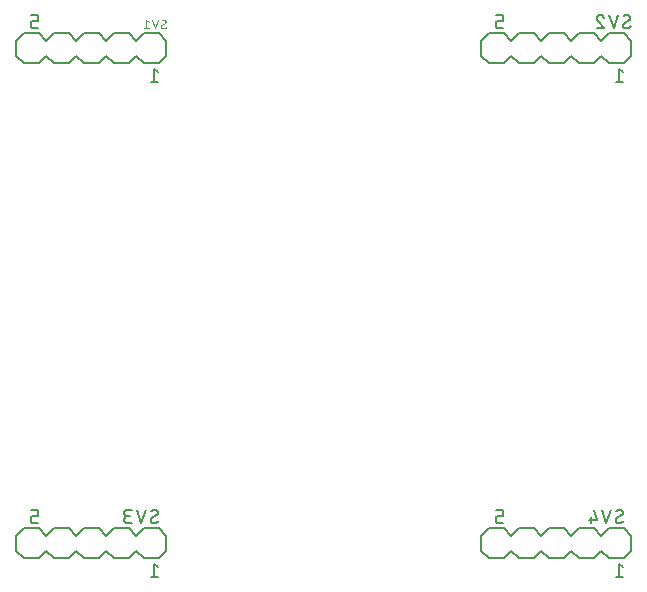
<source format=gbr>
G04 EAGLE Gerber RS-274X export*
G75*
%MOMM*%
%FSLAX34Y34*%
%LPD*%
%INSilkscreen Bottom*%
%IPPOS*%
%AMOC8*
5,1,8,0,0,1.08239X$1,22.5*%
G01*
%ADD10C,0.152400*%
%ADD11C,0.127000*%
%ADD12C,0.076200*%


D10*
X298450Y469900D02*
X285750Y469900D01*
X279400Y463550D01*
X279400Y450850D02*
X285750Y444500D01*
X279400Y463550D02*
X273050Y469900D01*
X260350Y469900D01*
X254000Y463550D01*
X254000Y450850D02*
X260350Y444500D01*
X273050Y444500D01*
X279400Y450850D01*
X304800Y450850D02*
X304800Y463550D01*
X298450Y469900D01*
X304800Y450850D02*
X298450Y444500D01*
X285750Y444500D01*
X254000Y463550D02*
X247650Y469900D01*
X234950Y469900D01*
X228600Y463550D01*
X228600Y450850D02*
X234950Y444500D01*
X247650Y444500D01*
X254000Y450850D01*
X222250Y469900D02*
X209550Y469900D01*
X203200Y463550D01*
X203200Y450850D02*
X209550Y444500D01*
X203200Y463550D02*
X196850Y469900D01*
X184150Y469900D01*
X177800Y463550D01*
X177800Y450850D01*
X184150Y444500D01*
X196850Y444500D01*
X203200Y450850D01*
X222250Y469900D02*
X228600Y463550D01*
X228600Y450850D02*
X222250Y444500D01*
X209550Y444500D01*
D11*
X294640Y440055D02*
X297815Y437515D01*
X294640Y440055D02*
X294640Y428625D01*
X297815Y428625D02*
X291465Y428625D01*
X196215Y474345D02*
X192405Y474345D01*
X192305Y474347D01*
X192206Y474353D01*
X192106Y474363D01*
X192008Y474376D01*
X191909Y474394D01*
X191812Y474415D01*
X191716Y474440D01*
X191620Y474469D01*
X191526Y474502D01*
X191433Y474538D01*
X191342Y474578D01*
X191252Y474622D01*
X191164Y474669D01*
X191078Y474719D01*
X190994Y474773D01*
X190912Y474830D01*
X190833Y474890D01*
X190755Y474954D01*
X190681Y475020D01*
X190609Y475089D01*
X190540Y475161D01*
X190474Y475235D01*
X190410Y475313D01*
X190350Y475392D01*
X190293Y475474D01*
X190239Y475558D01*
X190189Y475644D01*
X190142Y475732D01*
X190098Y475822D01*
X190058Y475913D01*
X190022Y476006D01*
X189989Y476100D01*
X189960Y476196D01*
X189935Y476292D01*
X189914Y476389D01*
X189896Y476488D01*
X189883Y476586D01*
X189873Y476686D01*
X189867Y476785D01*
X189865Y476885D01*
X189865Y478155D01*
X189867Y478255D01*
X189873Y478354D01*
X189883Y478454D01*
X189896Y478552D01*
X189914Y478651D01*
X189935Y478748D01*
X189960Y478844D01*
X189989Y478940D01*
X190022Y479034D01*
X190058Y479127D01*
X190098Y479218D01*
X190142Y479308D01*
X190189Y479396D01*
X190239Y479482D01*
X190293Y479566D01*
X190350Y479648D01*
X190410Y479727D01*
X190474Y479805D01*
X190540Y479879D01*
X190609Y479951D01*
X190681Y480020D01*
X190755Y480086D01*
X190833Y480150D01*
X190912Y480210D01*
X190994Y480267D01*
X191078Y480321D01*
X191164Y480371D01*
X191252Y480418D01*
X191342Y480462D01*
X191433Y480502D01*
X191526Y480538D01*
X191620Y480571D01*
X191716Y480600D01*
X191812Y480625D01*
X191909Y480646D01*
X192008Y480664D01*
X192106Y480677D01*
X192206Y480687D01*
X192305Y480693D01*
X192405Y480695D01*
X196215Y480695D01*
X196215Y485775D01*
X189865Y485775D01*
D12*
X300327Y475728D02*
X300329Y475650D01*
X300334Y475572D01*
X300344Y475495D01*
X300357Y475418D01*
X300373Y475342D01*
X300393Y475267D01*
X300417Y475193D01*
X300444Y475120D01*
X300475Y475048D01*
X300509Y474978D01*
X300546Y474909D01*
X300587Y474843D01*
X300631Y474778D01*
X300677Y474716D01*
X300727Y474656D01*
X300779Y474598D01*
X300834Y474543D01*
X300892Y474491D01*
X300952Y474441D01*
X301014Y474395D01*
X301079Y474351D01*
X301146Y474310D01*
X301214Y474273D01*
X301284Y474239D01*
X301356Y474208D01*
X301429Y474181D01*
X301503Y474157D01*
X301578Y474137D01*
X301654Y474121D01*
X301731Y474108D01*
X301808Y474098D01*
X301886Y474093D01*
X301964Y474091D01*
X302078Y474093D01*
X302191Y474098D01*
X302305Y474108D01*
X302418Y474121D01*
X302530Y474138D01*
X302642Y474158D01*
X302753Y474182D01*
X302864Y474210D01*
X302973Y474241D01*
X303081Y474276D01*
X303188Y474315D01*
X303294Y474357D01*
X303398Y474402D01*
X303501Y474451D01*
X303602Y474504D01*
X303701Y474559D01*
X303799Y474618D01*
X303894Y474680D01*
X303987Y474745D01*
X304079Y474813D01*
X304167Y474884D01*
X304254Y474958D01*
X304338Y475035D01*
X304419Y475114D01*
X304215Y479820D02*
X304213Y479898D01*
X304208Y479976D01*
X304198Y480053D01*
X304185Y480130D01*
X304169Y480206D01*
X304149Y480281D01*
X304125Y480355D01*
X304098Y480428D01*
X304067Y480500D01*
X304033Y480570D01*
X303996Y480639D01*
X303955Y480705D01*
X303911Y480770D01*
X303865Y480832D01*
X303815Y480892D01*
X303763Y480950D01*
X303708Y481005D01*
X303650Y481057D01*
X303590Y481107D01*
X303528Y481153D01*
X303463Y481197D01*
X303397Y481238D01*
X303328Y481275D01*
X303258Y481309D01*
X303186Y481340D01*
X303113Y481367D01*
X303039Y481391D01*
X302964Y481411D01*
X302888Y481427D01*
X302811Y481440D01*
X302734Y481450D01*
X302656Y481455D01*
X302578Y481457D01*
X302468Y481455D01*
X302359Y481449D01*
X302249Y481439D01*
X302141Y481426D01*
X302032Y481408D01*
X301925Y481387D01*
X301818Y481361D01*
X301712Y481332D01*
X301607Y481300D01*
X301504Y481263D01*
X301402Y481223D01*
X301301Y481179D01*
X301202Y481131D01*
X301105Y481081D01*
X301010Y481026D01*
X300917Y480968D01*
X300826Y480907D01*
X300737Y480843D01*
X303396Y478387D02*
X303463Y478429D01*
X303528Y478473D01*
X303590Y478521D01*
X303650Y478571D01*
X303708Y478624D01*
X303763Y478680D01*
X303815Y478739D01*
X303865Y478799D01*
X303912Y478863D01*
X303955Y478928D01*
X303996Y478995D01*
X304033Y479064D01*
X304067Y479135D01*
X304098Y479207D01*
X304125Y479281D01*
X304149Y479355D01*
X304169Y479431D01*
X304185Y479508D01*
X304198Y479585D01*
X304208Y479663D01*
X304213Y479742D01*
X304215Y479820D01*
X301145Y477160D02*
X301079Y477119D01*
X301014Y477074D01*
X300952Y477027D01*
X300892Y476976D01*
X300834Y476923D01*
X300779Y476867D01*
X300726Y476809D01*
X300677Y476748D01*
X300630Y476685D01*
X300587Y476620D01*
X300546Y476553D01*
X300509Y476484D01*
X300475Y476413D01*
X300444Y476341D01*
X300417Y476267D01*
X300393Y476192D01*
X300373Y476117D01*
X300357Y476040D01*
X300344Y475963D01*
X300334Y475885D01*
X300329Y475806D01*
X300327Y475728D01*
X301145Y477160D02*
X303396Y478388D01*
X297757Y481457D02*
X295302Y474091D01*
X292846Y481457D01*
X290032Y479820D02*
X287986Y481457D01*
X287986Y474091D01*
X290032Y474091D02*
X285940Y474091D01*
D10*
X679450Y469900D02*
X692150Y469900D01*
X679450Y469900D02*
X673100Y463550D01*
X673100Y450850D02*
X679450Y444500D01*
X673100Y463550D02*
X666750Y469900D01*
X654050Y469900D01*
X647700Y463550D01*
X647700Y450850D02*
X654050Y444500D01*
X666750Y444500D01*
X673100Y450850D01*
X698500Y450850D02*
X698500Y463550D01*
X692150Y469900D01*
X698500Y450850D02*
X692150Y444500D01*
X679450Y444500D01*
X647700Y463550D02*
X641350Y469900D01*
X628650Y469900D01*
X622300Y463550D01*
X622300Y450850D02*
X628650Y444500D01*
X641350Y444500D01*
X647700Y450850D01*
X615950Y469900D02*
X603250Y469900D01*
X596900Y463550D01*
X596900Y450850D02*
X603250Y444500D01*
X596900Y463550D02*
X590550Y469900D01*
X577850Y469900D01*
X571500Y463550D01*
X571500Y450850D01*
X577850Y444500D01*
X590550Y444500D01*
X596900Y450850D01*
X615950Y469900D02*
X622300Y463550D01*
X622300Y450850D02*
X615950Y444500D01*
X603250Y444500D01*
D11*
X688340Y440055D02*
X691515Y437515D01*
X688340Y440055D02*
X688340Y428625D01*
X691515Y428625D02*
X685165Y428625D01*
X589915Y474345D02*
X586105Y474345D01*
X586005Y474347D01*
X585906Y474353D01*
X585806Y474363D01*
X585708Y474376D01*
X585609Y474394D01*
X585512Y474415D01*
X585416Y474440D01*
X585320Y474469D01*
X585226Y474502D01*
X585133Y474538D01*
X585042Y474578D01*
X584952Y474622D01*
X584864Y474669D01*
X584778Y474719D01*
X584694Y474773D01*
X584612Y474830D01*
X584533Y474890D01*
X584455Y474954D01*
X584381Y475020D01*
X584309Y475089D01*
X584240Y475161D01*
X584174Y475235D01*
X584110Y475313D01*
X584050Y475392D01*
X583993Y475474D01*
X583939Y475558D01*
X583889Y475644D01*
X583842Y475732D01*
X583798Y475822D01*
X583758Y475913D01*
X583722Y476006D01*
X583689Y476100D01*
X583660Y476196D01*
X583635Y476292D01*
X583614Y476389D01*
X583596Y476488D01*
X583583Y476586D01*
X583573Y476686D01*
X583567Y476785D01*
X583565Y476885D01*
X583565Y478155D01*
X583567Y478255D01*
X583573Y478354D01*
X583583Y478454D01*
X583596Y478552D01*
X583614Y478651D01*
X583635Y478748D01*
X583660Y478844D01*
X583689Y478940D01*
X583722Y479034D01*
X583758Y479127D01*
X583798Y479218D01*
X583842Y479308D01*
X583889Y479396D01*
X583939Y479482D01*
X583993Y479566D01*
X584050Y479648D01*
X584110Y479727D01*
X584174Y479805D01*
X584240Y479879D01*
X584309Y479951D01*
X584381Y480020D01*
X584455Y480086D01*
X584533Y480150D01*
X584612Y480210D01*
X584694Y480267D01*
X584778Y480321D01*
X584864Y480371D01*
X584952Y480418D01*
X585042Y480462D01*
X585133Y480502D01*
X585226Y480538D01*
X585320Y480571D01*
X585416Y480600D01*
X585512Y480625D01*
X585609Y480646D01*
X585708Y480664D01*
X585806Y480677D01*
X585906Y480687D01*
X586005Y480693D01*
X586105Y480695D01*
X589915Y480695D01*
X589915Y485775D01*
X583565Y485775D01*
X691515Y476885D02*
X691517Y476785D01*
X691523Y476686D01*
X691533Y476586D01*
X691546Y476488D01*
X691564Y476389D01*
X691585Y476292D01*
X691610Y476196D01*
X691639Y476100D01*
X691672Y476006D01*
X691708Y475913D01*
X691748Y475822D01*
X691792Y475732D01*
X691839Y475644D01*
X691889Y475558D01*
X691943Y475474D01*
X692000Y475392D01*
X692060Y475313D01*
X692124Y475235D01*
X692190Y475161D01*
X692259Y475089D01*
X692331Y475020D01*
X692405Y474954D01*
X692483Y474890D01*
X692562Y474830D01*
X692644Y474773D01*
X692728Y474719D01*
X692814Y474669D01*
X692902Y474622D01*
X692992Y474578D01*
X693083Y474538D01*
X693176Y474502D01*
X693270Y474469D01*
X693366Y474440D01*
X693462Y474415D01*
X693559Y474394D01*
X693658Y474376D01*
X693756Y474363D01*
X693856Y474353D01*
X693955Y474347D01*
X694055Y474345D01*
X694196Y474347D01*
X694337Y474352D01*
X694478Y474362D01*
X694619Y474375D01*
X694759Y474391D01*
X694899Y474412D01*
X695038Y474436D01*
X695177Y474464D01*
X695314Y474495D01*
X695451Y474530D01*
X695587Y474568D01*
X695722Y474610D01*
X695855Y474656D01*
X695988Y474705D01*
X696119Y474758D01*
X696248Y474814D01*
X696377Y474873D01*
X696503Y474936D01*
X696628Y475002D01*
X696751Y475071D01*
X696872Y475144D01*
X696991Y475220D01*
X697109Y475299D01*
X697224Y475380D01*
X697336Y475465D01*
X697447Y475553D01*
X697555Y475644D01*
X697661Y475737D01*
X697764Y475834D01*
X697865Y475933D01*
X697548Y483235D02*
X697546Y483335D01*
X697540Y483434D01*
X697530Y483534D01*
X697517Y483632D01*
X697499Y483731D01*
X697478Y483828D01*
X697453Y483924D01*
X697424Y484020D01*
X697391Y484114D01*
X697355Y484207D01*
X697315Y484298D01*
X697271Y484388D01*
X697224Y484476D01*
X697174Y484562D01*
X697120Y484646D01*
X697063Y484728D01*
X697003Y484807D01*
X696939Y484885D01*
X696873Y484959D01*
X696804Y485031D01*
X696732Y485100D01*
X696658Y485166D01*
X696580Y485230D01*
X696501Y485290D01*
X696419Y485347D01*
X696335Y485401D01*
X696249Y485451D01*
X696161Y485498D01*
X696071Y485542D01*
X695980Y485582D01*
X695887Y485618D01*
X695793Y485651D01*
X695697Y485680D01*
X695601Y485705D01*
X695504Y485726D01*
X695405Y485744D01*
X695307Y485757D01*
X695207Y485767D01*
X695108Y485773D01*
X695008Y485775D01*
X695008Y485776D02*
X694875Y485774D01*
X694742Y485769D01*
X694609Y485759D01*
X694476Y485746D01*
X694344Y485729D01*
X694212Y485709D01*
X694081Y485685D01*
X693951Y485657D01*
X693821Y485626D01*
X693693Y485591D01*
X693565Y485552D01*
X693439Y485510D01*
X693314Y485464D01*
X693190Y485415D01*
X693067Y485363D01*
X692946Y485307D01*
X692827Y485247D01*
X692709Y485185D01*
X692594Y485119D01*
X692480Y485050D01*
X692368Y484977D01*
X692258Y484902D01*
X692150Y484823D01*
X696278Y481012D02*
X696362Y481064D01*
X696445Y481119D01*
X696525Y481178D01*
X696603Y481239D01*
X696678Y481303D01*
X696751Y481371D01*
X696822Y481441D01*
X696889Y481513D01*
X696954Y481588D01*
X697016Y481666D01*
X697075Y481746D01*
X697131Y481828D01*
X697183Y481912D01*
X697232Y481998D01*
X697278Y482086D01*
X697321Y482176D01*
X697360Y482267D01*
X697395Y482360D01*
X697427Y482454D01*
X697455Y482549D01*
X697480Y482645D01*
X697500Y482742D01*
X697518Y482840D01*
X697531Y482938D01*
X697540Y483037D01*
X697546Y483136D01*
X697548Y483235D01*
X692785Y479108D02*
X692701Y479056D01*
X692618Y479001D01*
X692538Y478942D01*
X692460Y478881D01*
X692385Y478817D01*
X692312Y478749D01*
X692241Y478679D01*
X692174Y478607D01*
X692109Y478532D01*
X692047Y478454D01*
X691988Y478374D01*
X691932Y478292D01*
X691880Y478208D01*
X691831Y478122D01*
X691785Y478034D01*
X691742Y477944D01*
X691703Y477853D01*
X691668Y477760D01*
X691636Y477666D01*
X691608Y477571D01*
X691583Y477475D01*
X691563Y477378D01*
X691545Y477280D01*
X691532Y477182D01*
X691523Y477083D01*
X691517Y476984D01*
X691515Y476885D01*
X692785Y479108D02*
X696278Y481013D01*
X687451Y485775D02*
X683641Y474345D01*
X679831Y485775D01*
X671894Y485776D02*
X671790Y485774D01*
X671685Y485768D01*
X671581Y485759D01*
X671478Y485746D01*
X671375Y485728D01*
X671273Y485708D01*
X671171Y485683D01*
X671071Y485655D01*
X670971Y485623D01*
X670873Y485587D01*
X670776Y485548D01*
X670681Y485506D01*
X670587Y485460D01*
X670495Y485410D01*
X670405Y485358D01*
X670317Y485302D01*
X670231Y485242D01*
X670147Y485180D01*
X670066Y485115D01*
X669987Y485047D01*
X669910Y484975D01*
X669837Y484902D01*
X669765Y484825D01*
X669697Y484746D01*
X669632Y484665D01*
X669570Y484581D01*
X669510Y484495D01*
X669454Y484407D01*
X669402Y484317D01*
X669352Y484225D01*
X669306Y484131D01*
X669264Y484036D01*
X669225Y483939D01*
X669189Y483841D01*
X669157Y483741D01*
X669129Y483641D01*
X669104Y483539D01*
X669084Y483437D01*
X669066Y483334D01*
X669053Y483231D01*
X669044Y483127D01*
X669038Y483022D01*
X669036Y482918D01*
X671894Y485775D02*
X672012Y485773D01*
X672131Y485767D01*
X672249Y485758D01*
X672366Y485745D01*
X672483Y485727D01*
X672600Y485707D01*
X672716Y485682D01*
X672831Y485654D01*
X672944Y485621D01*
X673057Y485586D01*
X673169Y485546D01*
X673279Y485504D01*
X673388Y485457D01*
X673496Y485407D01*
X673601Y485354D01*
X673705Y485297D01*
X673807Y485237D01*
X673907Y485174D01*
X674005Y485107D01*
X674101Y485038D01*
X674194Y484965D01*
X674285Y484889D01*
X674374Y484811D01*
X674460Y484729D01*
X674543Y484645D01*
X674624Y484559D01*
X674701Y484469D01*
X674776Y484378D01*
X674848Y484284D01*
X674917Y484187D01*
X674982Y484089D01*
X675045Y483988D01*
X675104Y483885D01*
X675160Y483781D01*
X675212Y483675D01*
X675261Y483567D01*
X675306Y483458D01*
X675348Y483347D01*
X675386Y483235D01*
X669988Y480696D02*
X669912Y480771D01*
X669837Y480850D01*
X669766Y480931D01*
X669697Y481015D01*
X669632Y481101D01*
X669570Y481189D01*
X669510Y481279D01*
X669454Y481371D01*
X669401Y481466D01*
X669352Y481562D01*
X669306Y481660D01*
X669263Y481759D01*
X669224Y481860D01*
X669189Y481962D01*
X669157Y482065D01*
X669129Y482169D01*
X669104Y482274D01*
X669083Y482381D01*
X669066Y482487D01*
X669053Y482594D01*
X669044Y482702D01*
X669038Y482810D01*
X669036Y482918D01*
X669989Y480695D02*
X675386Y474345D01*
X669036Y474345D01*
D10*
X298450Y50800D02*
X285750Y50800D01*
X279400Y44450D01*
X279400Y31750D02*
X285750Y25400D01*
X279400Y44450D02*
X273050Y50800D01*
X260350Y50800D01*
X254000Y44450D01*
X254000Y31750D02*
X260350Y25400D01*
X273050Y25400D01*
X279400Y31750D01*
X304800Y31750D02*
X304800Y44450D01*
X298450Y50800D01*
X304800Y31750D02*
X298450Y25400D01*
X285750Y25400D01*
X254000Y44450D02*
X247650Y50800D01*
X234950Y50800D01*
X228600Y44450D01*
X228600Y31750D02*
X234950Y25400D01*
X247650Y25400D01*
X254000Y31750D01*
X222250Y50800D02*
X209550Y50800D01*
X203200Y44450D01*
X203200Y31750D02*
X209550Y25400D01*
X203200Y44450D02*
X196850Y50800D01*
X184150Y50800D01*
X177800Y44450D01*
X177800Y31750D01*
X184150Y25400D01*
X196850Y25400D01*
X203200Y31750D01*
X222250Y50800D02*
X228600Y44450D01*
X228600Y31750D02*
X222250Y25400D01*
X209550Y25400D01*
D11*
X294640Y20955D02*
X297815Y18415D01*
X294640Y20955D02*
X294640Y9525D01*
X297815Y9525D02*
X291465Y9525D01*
X196215Y55245D02*
X192405Y55245D01*
X192305Y55247D01*
X192206Y55253D01*
X192106Y55263D01*
X192008Y55276D01*
X191909Y55294D01*
X191812Y55315D01*
X191716Y55340D01*
X191620Y55369D01*
X191526Y55402D01*
X191433Y55438D01*
X191342Y55478D01*
X191252Y55522D01*
X191164Y55569D01*
X191078Y55619D01*
X190994Y55673D01*
X190912Y55730D01*
X190833Y55790D01*
X190755Y55854D01*
X190681Y55920D01*
X190609Y55989D01*
X190540Y56061D01*
X190474Y56135D01*
X190410Y56213D01*
X190350Y56292D01*
X190293Y56374D01*
X190239Y56458D01*
X190189Y56544D01*
X190142Y56632D01*
X190098Y56722D01*
X190058Y56813D01*
X190022Y56906D01*
X189989Y57000D01*
X189960Y57096D01*
X189935Y57192D01*
X189914Y57289D01*
X189896Y57388D01*
X189883Y57486D01*
X189873Y57586D01*
X189867Y57685D01*
X189865Y57785D01*
X189865Y59055D01*
X189867Y59155D01*
X189873Y59254D01*
X189883Y59354D01*
X189896Y59452D01*
X189914Y59551D01*
X189935Y59648D01*
X189960Y59744D01*
X189989Y59840D01*
X190022Y59934D01*
X190058Y60027D01*
X190098Y60118D01*
X190142Y60208D01*
X190189Y60296D01*
X190239Y60382D01*
X190293Y60466D01*
X190350Y60548D01*
X190410Y60627D01*
X190474Y60705D01*
X190540Y60779D01*
X190609Y60851D01*
X190681Y60920D01*
X190755Y60986D01*
X190833Y61050D01*
X190912Y61110D01*
X190994Y61167D01*
X191078Y61221D01*
X191164Y61271D01*
X191252Y61318D01*
X191342Y61362D01*
X191433Y61402D01*
X191526Y61438D01*
X191620Y61471D01*
X191716Y61500D01*
X191812Y61525D01*
X191909Y61546D01*
X192008Y61564D01*
X192106Y61577D01*
X192206Y61587D01*
X192305Y61593D01*
X192405Y61595D01*
X196215Y61595D01*
X196215Y66675D01*
X189865Y66675D01*
X291465Y57785D02*
X291467Y57685D01*
X291473Y57586D01*
X291483Y57486D01*
X291496Y57388D01*
X291514Y57289D01*
X291535Y57192D01*
X291560Y57096D01*
X291589Y57000D01*
X291622Y56906D01*
X291658Y56813D01*
X291698Y56722D01*
X291742Y56632D01*
X291789Y56544D01*
X291839Y56458D01*
X291893Y56374D01*
X291950Y56292D01*
X292010Y56213D01*
X292074Y56135D01*
X292140Y56061D01*
X292209Y55989D01*
X292281Y55920D01*
X292355Y55854D01*
X292433Y55790D01*
X292512Y55730D01*
X292594Y55673D01*
X292678Y55619D01*
X292764Y55569D01*
X292852Y55522D01*
X292942Y55478D01*
X293033Y55438D01*
X293126Y55402D01*
X293220Y55369D01*
X293316Y55340D01*
X293412Y55315D01*
X293509Y55294D01*
X293608Y55276D01*
X293706Y55263D01*
X293806Y55253D01*
X293905Y55247D01*
X294005Y55245D01*
X294146Y55247D01*
X294287Y55252D01*
X294428Y55262D01*
X294569Y55275D01*
X294709Y55291D01*
X294849Y55312D01*
X294988Y55336D01*
X295127Y55364D01*
X295264Y55395D01*
X295401Y55430D01*
X295537Y55468D01*
X295672Y55510D01*
X295805Y55556D01*
X295938Y55605D01*
X296069Y55658D01*
X296198Y55714D01*
X296327Y55773D01*
X296453Y55836D01*
X296578Y55902D01*
X296701Y55971D01*
X296822Y56044D01*
X296941Y56120D01*
X297059Y56199D01*
X297174Y56280D01*
X297286Y56365D01*
X297397Y56453D01*
X297505Y56544D01*
X297611Y56637D01*
X297714Y56734D01*
X297815Y56833D01*
X297498Y64135D02*
X297496Y64235D01*
X297490Y64334D01*
X297480Y64434D01*
X297467Y64532D01*
X297449Y64631D01*
X297428Y64728D01*
X297403Y64824D01*
X297374Y64920D01*
X297341Y65014D01*
X297305Y65107D01*
X297265Y65198D01*
X297221Y65288D01*
X297174Y65376D01*
X297124Y65462D01*
X297070Y65546D01*
X297013Y65628D01*
X296953Y65707D01*
X296889Y65785D01*
X296823Y65859D01*
X296754Y65931D01*
X296682Y66000D01*
X296608Y66066D01*
X296530Y66130D01*
X296451Y66190D01*
X296369Y66247D01*
X296285Y66301D01*
X296199Y66351D01*
X296111Y66398D01*
X296021Y66442D01*
X295930Y66482D01*
X295837Y66518D01*
X295743Y66551D01*
X295647Y66580D01*
X295551Y66605D01*
X295454Y66626D01*
X295355Y66644D01*
X295257Y66657D01*
X295157Y66667D01*
X295058Y66673D01*
X294958Y66675D01*
X294958Y66676D02*
X294825Y66674D01*
X294692Y66669D01*
X294559Y66659D01*
X294426Y66646D01*
X294294Y66629D01*
X294162Y66609D01*
X294031Y66585D01*
X293901Y66557D01*
X293771Y66526D01*
X293643Y66491D01*
X293515Y66452D01*
X293389Y66410D01*
X293264Y66364D01*
X293140Y66315D01*
X293017Y66263D01*
X292896Y66207D01*
X292777Y66147D01*
X292659Y66085D01*
X292544Y66019D01*
X292430Y65950D01*
X292318Y65877D01*
X292208Y65802D01*
X292100Y65723D01*
X296228Y61912D02*
X296312Y61964D01*
X296395Y62019D01*
X296475Y62078D01*
X296553Y62139D01*
X296628Y62203D01*
X296701Y62271D01*
X296772Y62341D01*
X296839Y62413D01*
X296904Y62488D01*
X296966Y62566D01*
X297025Y62646D01*
X297081Y62728D01*
X297133Y62812D01*
X297182Y62898D01*
X297228Y62986D01*
X297271Y63076D01*
X297310Y63167D01*
X297345Y63260D01*
X297377Y63354D01*
X297405Y63449D01*
X297430Y63545D01*
X297450Y63642D01*
X297468Y63740D01*
X297481Y63838D01*
X297490Y63937D01*
X297496Y64036D01*
X297498Y64135D01*
X292735Y60008D02*
X292651Y59956D01*
X292568Y59901D01*
X292488Y59842D01*
X292410Y59781D01*
X292335Y59717D01*
X292262Y59649D01*
X292191Y59579D01*
X292124Y59507D01*
X292059Y59432D01*
X291997Y59354D01*
X291938Y59274D01*
X291882Y59192D01*
X291830Y59108D01*
X291781Y59022D01*
X291735Y58934D01*
X291692Y58844D01*
X291653Y58753D01*
X291618Y58660D01*
X291586Y58566D01*
X291558Y58471D01*
X291533Y58375D01*
X291513Y58278D01*
X291495Y58180D01*
X291482Y58082D01*
X291473Y57983D01*
X291467Y57884D01*
X291465Y57785D01*
X292735Y60008D02*
X296228Y61913D01*
X287401Y66675D02*
X283591Y55245D01*
X279781Y66675D01*
X275336Y55245D02*
X272161Y55245D01*
X272050Y55247D01*
X271940Y55253D01*
X271829Y55262D01*
X271719Y55276D01*
X271610Y55293D01*
X271501Y55314D01*
X271393Y55339D01*
X271286Y55368D01*
X271180Y55400D01*
X271075Y55436D01*
X270972Y55476D01*
X270870Y55519D01*
X270769Y55566D01*
X270670Y55617D01*
X270574Y55670D01*
X270479Y55727D01*
X270386Y55788D01*
X270295Y55851D01*
X270206Y55918D01*
X270120Y55988D01*
X270037Y56061D01*
X269955Y56136D01*
X269877Y56214D01*
X269802Y56296D01*
X269729Y56379D01*
X269659Y56465D01*
X269592Y56554D01*
X269529Y56645D01*
X269468Y56738D01*
X269411Y56832D01*
X269358Y56929D01*
X269307Y57028D01*
X269260Y57129D01*
X269217Y57231D01*
X269177Y57334D01*
X269141Y57439D01*
X269109Y57545D01*
X269080Y57652D01*
X269055Y57760D01*
X269034Y57869D01*
X269017Y57978D01*
X269003Y58088D01*
X268994Y58199D01*
X268988Y58309D01*
X268986Y58420D01*
X268988Y58531D01*
X268994Y58641D01*
X269003Y58752D01*
X269017Y58862D01*
X269034Y58971D01*
X269055Y59080D01*
X269080Y59188D01*
X269109Y59295D01*
X269141Y59401D01*
X269177Y59506D01*
X269217Y59609D01*
X269260Y59711D01*
X269307Y59812D01*
X269358Y59911D01*
X269411Y60007D01*
X269468Y60102D01*
X269529Y60195D01*
X269592Y60286D01*
X269659Y60375D01*
X269729Y60461D01*
X269802Y60544D01*
X269877Y60626D01*
X269955Y60704D01*
X270037Y60779D01*
X270120Y60852D01*
X270206Y60922D01*
X270295Y60989D01*
X270386Y61052D01*
X270479Y61113D01*
X270574Y61170D01*
X270670Y61223D01*
X270769Y61274D01*
X270870Y61321D01*
X270972Y61364D01*
X271075Y61404D01*
X271180Y61440D01*
X271286Y61472D01*
X271393Y61501D01*
X271501Y61526D01*
X271610Y61547D01*
X271719Y61564D01*
X271829Y61578D01*
X271940Y61587D01*
X272050Y61593D01*
X272161Y61595D01*
X271526Y66675D02*
X275336Y66675D01*
X271526Y66675D02*
X271426Y66673D01*
X271327Y66667D01*
X271227Y66657D01*
X271129Y66644D01*
X271030Y66626D01*
X270933Y66605D01*
X270837Y66580D01*
X270741Y66551D01*
X270647Y66518D01*
X270554Y66482D01*
X270463Y66442D01*
X270373Y66398D01*
X270285Y66351D01*
X270199Y66301D01*
X270115Y66247D01*
X270033Y66190D01*
X269954Y66130D01*
X269876Y66066D01*
X269802Y66000D01*
X269730Y65931D01*
X269661Y65859D01*
X269595Y65785D01*
X269531Y65707D01*
X269471Y65628D01*
X269414Y65546D01*
X269360Y65462D01*
X269310Y65376D01*
X269263Y65288D01*
X269219Y65198D01*
X269179Y65107D01*
X269143Y65014D01*
X269110Y64920D01*
X269081Y64824D01*
X269056Y64728D01*
X269035Y64631D01*
X269017Y64532D01*
X269004Y64434D01*
X268994Y64334D01*
X268988Y64235D01*
X268986Y64135D01*
X268988Y64035D01*
X268994Y63936D01*
X269004Y63836D01*
X269017Y63738D01*
X269035Y63639D01*
X269056Y63542D01*
X269081Y63446D01*
X269110Y63350D01*
X269143Y63256D01*
X269179Y63163D01*
X269219Y63072D01*
X269263Y62982D01*
X269310Y62894D01*
X269360Y62808D01*
X269414Y62724D01*
X269471Y62642D01*
X269531Y62563D01*
X269595Y62485D01*
X269661Y62411D01*
X269730Y62339D01*
X269802Y62270D01*
X269876Y62204D01*
X269954Y62140D01*
X270033Y62080D01*
X270115Y62023D01*
X270199Y61969D01*
X270285Y61919D01*
X270373Y61872D01*
X270463Y61828D01*
X270554Y61788D01*
X270647Y61752D01*
X270741Y61719D01*
X270837Y61690D01*
X270933Y61665D01*
X271030Y61644D01*
X271129Y61626D01*
X271227Y61613D01*
X271327Y61603D01*
X271426Y61597D01*
X271526Y61595D01*
X274066Y61595D01*
D10*
X679450Y50800D02*
X692150Y50800D01*
X679450Y50800D02*
X673100Y44450D01*
X673100Y31750D02*
X679450Y25400D01*
X673100Y44450D02*
X666750Y50800D01*
X654050Y50800D01*
X647700Y44450D01*
X647700Y31750D02*
X654050Y25400D01*
X666750Y25400D01*
X673100Y31750D01*
X698500Y31750D02*
X698500Y44450D01*
X692150Y50800D01*
X698500Y31750D02*
X692150Y25400D01*
X679450Y25400D01*
X647700Y44450D02*
X641350Y50800D01*
X628650Y50800D01*
X622300Y44450D01*
X622300Y31750D02*
X628650Y25400D01*
X641350Y25400D01*
X647700Y31750D01*
X615950Y50800D02*
X603250Y50800D01*
X596900Y44450D01*
X596900Y31750D02*
X603250Y25400D01*
X596900Y44450D02*
X590550Y50800D01*
X577850Y50800D01*
X571500Y44450D01*
X571500Y31750D01*
X577850Y25400D01*
X590550Y25400D01*
X596900Y31750D01*
X615950Y50800D02*
X622300Y44450D01*
X622300Y31750D02*
X615950Y25400D01*
X603250Y25400D01*
D11*
X688340Y20955D02*
X691515Y18415D01*
X688340Y20955D02*
X688340Y9525D01*
X691515Y9525D02*
X685165Y9525D01*
X589915Y55245D02*
X586105Y55245D01*
X586005Y55247D01*
X585906Y55253D01*
X585806Y55263D01*
X585708Y55276D01*
X585609Y55294D01*
X585512Y55315D01*
X585416Y55340D01*
X585320Y55369D01*
X585226Y55402D01*
X585133Y55438D01*
X585042Y55478D01*
X584952Y55522D01*
X584864Y55569D01*
X584778Y55619D01*
X584694Y55673D01*
X584612Y55730D01*
X584533Y55790D01*
X584455Y55854D01*
X584381Y55920D01*
X584309Y55989D01*
X584240Y56061D01*
X584174Y56135D01*
X584110Y56213D01*
X584050Y56292D01*
X583993Y56374D01*
X583939Y56458D01*
X583889Y56544D01*
X583842Y56632D01*
X583798Y56722D01*
X583758Y56813D01*
X583722Y56906D01*
X583689Y57000D01*
X583660Y57096D01*
X583635Y57192D01*
X583614Y57289D01*
X583596Y57388D01*
X583583Y57486D01*
X583573Y57586D01*
X583567Y57685D01*
X583565Y57785D01*
X583565Y59055D01*
X583567Y59155D01*
X583573Y59254D01*
X583583Y59354D01*
X583596Y59452D01*
X583614Y59551D01*
X583635Y59648D01*
X583660Y59744D01*
X583689Y59840D01*
X583722Y59934D01*
X583758Y60027D01*
X583798Y60118D01*
X583842Y60208D01*
X583889Y60296D01*
X583939Y60382D01*
X583993Y60466D01*
X584050Y60548D01*
X584110Y60627D01*
X584174Y60705D01*
X584240Y60779D01*
X584309Y60851D01*
X584381Y60920D01*
X584455Y60986D01*
X584533Y61050D01*
X584612Y61110D01*
X584694Y61167D01*
X584778Y61221D01*
X584864Y61271D01*
X584952Y61318D01*
X585042Y61362D01*
X585133Y61402D01*
X585226Y61438D01*
X585320Y61471D01*
X585416Y61500D01*
X585512Y61525D01*
X585609Y61546D01*
X585708Y61564D01*
X585806Y61577D01*
X585906Y61587D01*
X586005Y61593D01*
X586105Y61595D01*
X589915Y61595D01*
X589915Y66675D01*
X583565Y66675D01*
X685165Y57785D02*
X685167Y57685D01*
X685173Y57586D01*
X685183Y57486D01*
X685196Y57388D01*
X685214Y57289D01*
X685235Y57192D01*
X685260Y57096D01*
X685289Y57000D01*
X685322Y56906D01*
X685358Y56813D01*
X685398Y56722D01*
X685442Y56632D01*
X685489Y56544D01*
X685539Y56458D01*
X685593Y56374D01*
X685650Y56292D01*
X685710Y56213D01*
X685774Y56135D01*
X685840Y56061D01*
X685909Y55989D01*
X685981Y55920D01*
X686055Y55854D01*
X686133Y55790D01*
X686212Y55730D01*
X686294Y55673D01*
X686378Y55619D01*
X686464Y55569D01*
X686552Y55522D01*
X686642Y55478D01*
X686733Y55438D01*
X686826Y55402D01*
X686920Y55369D01*
X687016Y55340D01*
X687112Y55315D01*
X687209Y55294D01*
X687308Y55276D01*
X687406Y55263D01*
X687506Y55253D01*
X687605Y55247D01*
X687705Y55245D01*
X687846Y55247D01*
X687987Y55252D01*
X688128Y55262D01*
X688269Y55275D01*
X688409Y55291D01*
X688549Y55312D01*
X688688Y55336D01*
X688827Y55364D01*
X688964Y55395D01*
X689101Y55430D01*
X689237Y55468D01*
X689372Y55510D01*
X689505Y55556D01*
X689638Y55605D01*
X689769Y55658D01*
X689898Y55714D01*
X690027Y55773D01*
X690153Y55836D01*
X690278Y55902D01*
X690401Y55971D01*
X690522Y56044D01*
X690641Y56120D01*
X690759Y56199D01*
X690874Y56280D01*
X690986Y56365D01*
X691097Y56453D01*
X691205Y56544D01*
X691311Y56637D01*
X691414Y56734D01*
X691515Y56833D01*
X691198Y64135D02*
X691196Y64235D01*
X691190Y64334D01*
X691180Y64434D01*
X691167Y64532D01*
X691149Y64631D01*
X691128Y64728D01*
X691103Y64824D01*
X691074Y64920D01*
X691041Y65014D01*
X691005Y65107D01*
X690965Y65198D01*
X690921Y65288D01*
X690874Y65376D01*
X690824Y65462D01*
X690770Y65546D01*
X690713Y65628D01*
X690653Y65707D01*
X690589Y65785D01*
X690523Y65859D01*
X690454Y65931D01*
X690382Y66000D01*
X690308Y66066D01*
X690230Y66130D01*
X690151Y66190D01*
X690069Y66247D01*
X689985Y66301D01*
X689899Y66351D01*
X689811Y66398D01*
X689721Y66442D01*
X689630Y66482D01*
X689537Y66518D01*
X689443Y66551D01*
X689347Y66580D01*
X689251Y66605D01*
X689154Y66626D01*
X689055Y66644D01*
X688957Y66657D01*
X688857Y66667D01*
X688758Y66673D01*
X688658Y66675D01*
X688658Y66676D02*
X688525Y66674D01*
X688392Y66669D01*
X688259Y66659D01*
X688126Y66646D01*
X687994Y66629D01*
X687862Y66609D01*
X687731Y66585D01*
X687601Y66557D01*
X687471Y66526D01*
X687343Y66491D01*
X687215Y66452D01*
X687089Y66410D01*
X686964Y66364D01*
X686840Y66315D01*
X686717Y66263D01*
X686596Y66207D01*
X686477Y66147D01*
X686359Y66085D01*
X686244Y66019D01*
X686130Y65950D01*
X686018Y65877D01*
X685908Y65802D01*
X685800Y65723D01*
X689928Y61912D02*
X690012Y61964D01*
X690095Y62019D01*
X690175Y62078D01*
X690253Y62139D01*
X690328Y62203D01*
X690401Y62271D01*
X690472Y62341D01*
X690539Y62413D01*
X690604Y62488D01*
X690666Y62566D01*
X690725Y62646D01*
X690781Y62728D01*
X690833Y62812D01*
X690882Y62898D01*
X690928Y62986D01*
X690971Y63076D01*
X691010Y63167D01*
X691045Y63260D01*
X691077Y63354D01*
X691105Y63449D01*
X691130Y63545D01*
X691150Y63642D01*
X691168Y63740D01*
X691181Y63838D01*
X691190Y63937D01*
X691196Y64036D01*
X691198Y64135D01*
X686435Y60008D02*
X686351Y59956D01*
X686268Y59901D01*
X686188Y59842D01*
X686110Y59781D01*
X686035Y59717D01*
X685962Y59649D01*
X685891Y59579D01*
X685824Y59507D01*
X685759Y59432D01*
X685697Y59354D01*
X685638Y59274D01*
X685582Y59192D01*
X685530Y59108D01*
X685481Y59022D01*
X685435Y58934D01*
X685392Y58844D01*
X685353Y58753D01*
X685318Y58660D01*
X685286Y58566D01*
X685258Y58471D01*
X685233Y58375D01*
X685213Y58278D01*
X685195Y58180D01*
X685182Y58082D01*
X685173Y57983D01*
X685167Y57884D01*
X685165Y57785D01*
X686435Y60008D02*
X689928Y61913D01*
X681101Y66675D02*
X677291Y55245D01*
X673481Y66675D01*
X666496Y66675D02*
X669036Y57785D01*
X662686Y57785D01*
X664591Y60325D02*
X664591Y55245D01*
M02*

</source>
